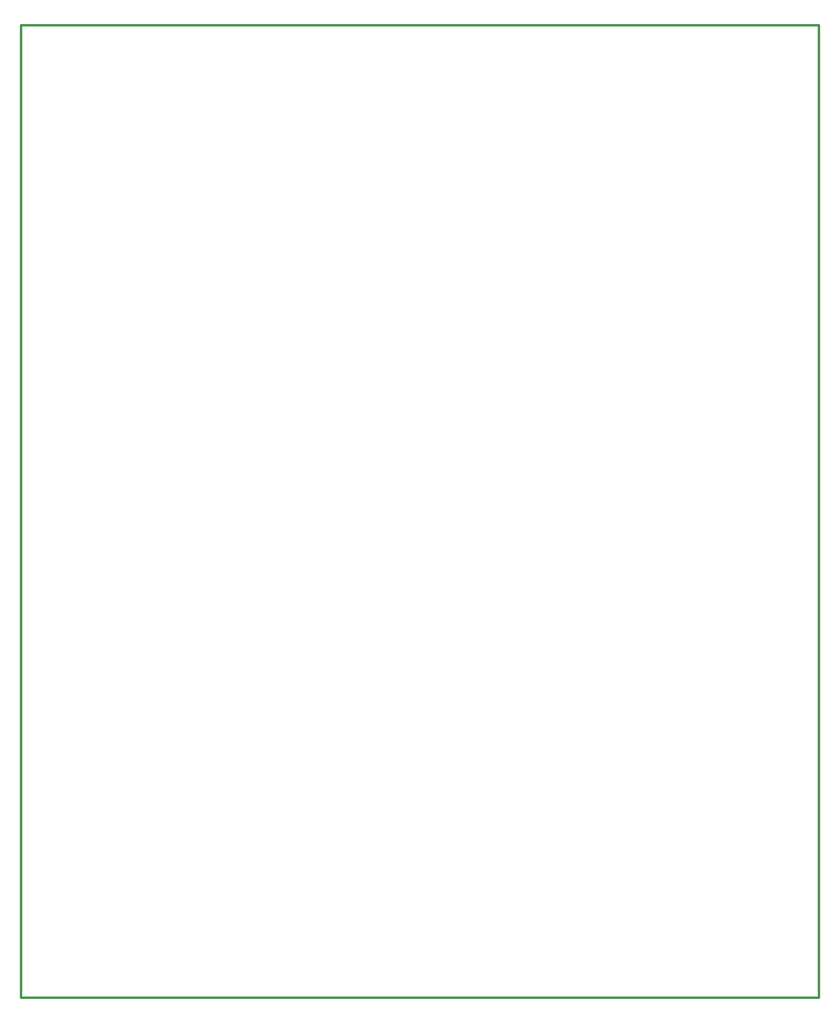
<source format=gm1>
G04 Layer_Color=16711935*
%FSLAX25Y25*%
%MOIN*%
G70*
G01*
G75*
%ADD47C,0.01181*%
D47*
X427000Y-15000D02*
Y523500D01*
X-15000D02*
X427000D01*
X-15000Y-15000D02*
Y523500D01*
Y-15000D02*
X427000D01*
M02*

</source>
